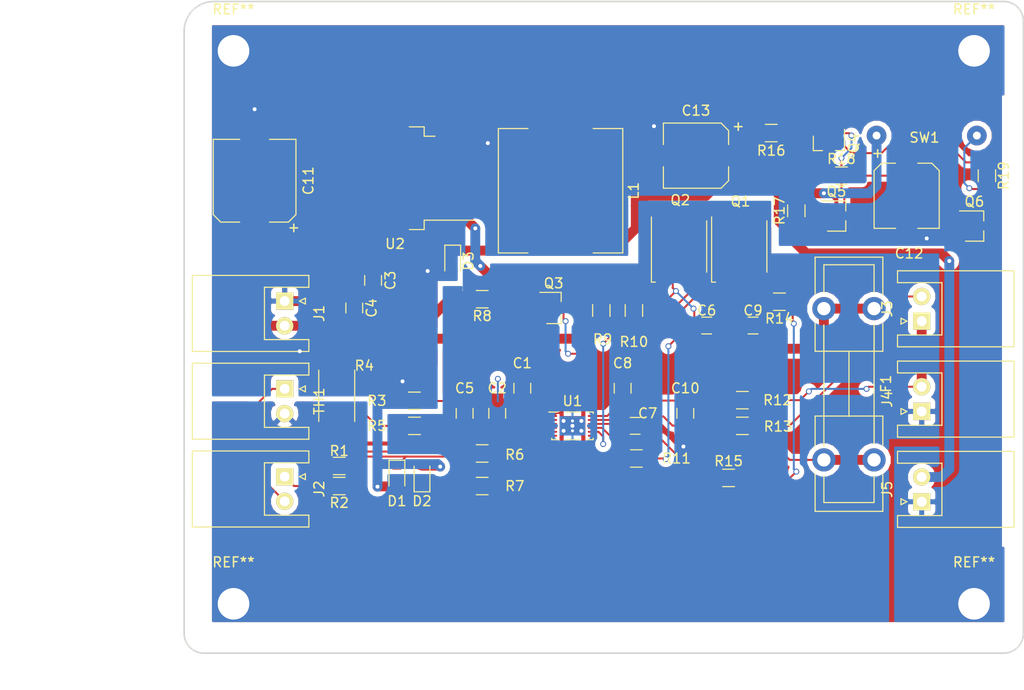
<source format=kicad_pcb>
(kicad_pcb (version 4) (host pcbnew 4.0.7)
  (layers (0 F.Cu signal hide) (31 B.Cu signal) (34 B.Paste user) (35 F.Paste user) (36 B.SilkS user) (37 F.SilkS user) (38 B.Mask user) (39 F.Mask user) (44 Edge.Cuts user))
  (net 0 "")
  (net 1 "Net-(C1-Pad1)")
  (net 2 GND)
  (net 3 "Net-(C2-Pad1)")
  (net 4 /PACK+)
  (net 5 "Net-(C3-Pad2)")
  (net 6 GNDPWR)
  (net 7 "Net-(C6-Pad1)")
  (net 8 "Net-(C7-Pad1)")
  (net 9 "Net-(C10-Pad1)")
  (net 10 "Net-(C9-Pad1)")
  (net 11 "Net-(C10-Pad2)")
  (net 12 "Net-(C12-Pad1)")
  (net 13 /INlatch)
  (net 14 "Net-(D1-Pad1)")
  (net 15 "Net-(D2-Pad1)")
  (net 16 "Net-(D3-Pad1)")
  (net 17 "Net-(F1-Pad2)")
  (net 18 /SDA)
  (net 19 /SCL)
  (net 20 "Net-(J3-Pad1)")
  (net 21 /OUTlatch)
  (net 22 "Net-(Q1-Pad4)")
  (net 23 "Net-(Q1-Pad5)")
  (net 24 "Net-(Q2-Pad4)")
  (net 25 "Net-(Q3-Pad1)")
  (net 26 "Net-(Q4-Pad1)")
  (net 27 "Net-(Q5-Pad2)")
  (net 28 "Net-(Q6-Pad3)")
  (net 29 "Net-(R6-Pad1)")
  (net 30 "Net-(R7-Pad1)")
  (net 31 "Net-(R10-Pad1)")
  (net 32 "Net-(R11-Pad1)")
  (net 33 "Net-(R15-Pad1)")
  (net 34 "Net-(TH1-Pad1)")
  (module Mounting_Holes:MountingHole_3.2mm_M3 (layer F.Cu) (at 256 116)
    (fp_text reference REF** (at 0 -4.2) (layer F.SilkS))
    (fp_text value MountingHole_3.2mm_M3)
    (pad 1 np_thru_hole circle (at 0 0) (size 3.2 3.2) (drill 3.2) (layers *.Cu *.Mask))
  )
  (module Capacitors_SMD:C_0805_HandSoldering (layer F.Cu) (at 210.2485 94.1705 90)
    (fp_text reference C1 (at 2.54 0 180) (layer F.SilkS))
    (fp_text value 0.1uF)
    (pad 1 smd rect (at -1.25 0 90) (size 1.5 1.25) (layers F.Cu F.Paste F.Mask) (net 1 "Net-(C1-Pad1)"))
    (pad 2 smd rect (at 1.25 0 90) (size 1.5 1.25) (layers F.Cu F.Paste F.Mask) (net 2 GND))
  )
  (module Capacitors_SMD:C_0805_HandSoldering (layer F.Cu) (at 207.7085 96.7105 90)
    (fp_text reference C2 (at 2.54 0 180) (layer F.SilkS))
    (fp_text value 0.1uF)
    (pad 1 smd rect (at -1.25 0 90) (size 1.5 1.25) (layers F.Cu F.Paste F.Mask) (net 3 "Net-(C2-Pad1)"))
    (pad 2 smd rect (at 1.25 0 90) (size 1.5 1.25) (layers F.Cu F.Paste F.Mask) (net 2 GND))
  )
  (module Capacitors_SMD:C_0805_HandSoldering (layer F.Cu) (at 195.1355 83.2485 270)
    (fp_text reference C3 (at 0 -1.75 270) (layer F.SilkS))
    (fp_text value 0.1uF)
    (pad 1 smd rect (at -1.25 0 270) (size 1.5 1.25) (layers F.Cu F.Paste F.Mask) (net 4 /PACK+))
    (pad 2 smd rect (at 1.25 0 270) (size 1.5 1.25) (layers F.Cu F.Paste F.Mask) (net 5 "Net-(C3-Pad2)"))
  )
  (module Capacitors_SMD:C_0805_HandSoldering (layer F.Cu) (at 193.2305 86.0425 270)
    (fp_text reference C4 (at 0 -1.75 270) (layer F.SilkS))
    (fp_text value 0.1uF)
    (pad 1 smd rect (at -1.25 0 270) (size 1.5 1.25) (layers F.Cu F.Paste F.Mask) (net 5 "Net-(C3-Pad2)"))
    (pad 2 smd rect (at 1.25 0 270) (size 1.5 1.25) (layers F.Cu F.Paste F.Mask) (net 6 GNDPWR))
  )
  (module Capacitors_SMD:C_0805_HandSoldering (layer F.Cu) (at 204.4065 96.7105 90)
    (fp_text reference C5 (at 2.54 0 180) (layer F.SilkS))
    (fp_text value 0.1uF)
    (pad 1 smd rect (at -1.25 0 90) (size 1.5 1.25) (layers F.Cu F.Paste F.Mask) (net 3 "Net-(C2-Pad1)"))
    (pad 2 smd rect (at 1.25 0 90) (size 1.5 1.25) (layers F.Cu F.Paste F.Mask) (net 1 "Net-(C1-Pad1)"))
  )
  (module Capacitors_SMD:C_0805_HandSoldering (layer F.Cu) (at 228.9175 87.8205 180)
    (fp_text reference C6 (at 0 1.524 180) (layer F.SilkS))
    (fp_text value 0.1uF)
    (pad 1 smd rect (at -1.25 0 180) (size 1.5 1.25) (layers F.Cu F.Paste F.Mask) (net 7 "Net-(C6-Pad1)"))
    (pad 2 smd rect (at 1.25 0 180) (size 1.5 1.25) (layers F.Cu F.Paste F.Mask) (net 4 /PACK+))
  )
  (module Capacitors_SMD:C_0805_HandSoldering (layer F.Cu) (at 221.6785 97.9805)
    (fp_text reference C7 (at 1.27 -1.27 180) (layer F.SilkS))
    (fp_text value 2.2uF)
    (pad 1 smd rect (at -1.25 0) (size 1.5 1.25) (layers F.Cu F.Paste F.Mask) (net 8 "Net-(C7-Pad1)"))
    (pad 2 smd rect (at 1.25 0) (size 1.5 1.25) (layers F.Cu F.Paste F.Mask) (net 2 GND))
  )
  (module Capacitors_SMD:C_0805_HandSoldering (layer F.Cu) (at 220.4085 94.1705 90)
    (fp_text reference C8 (at 2.54 0 180) (layer F.SilkS))
    (fp_text value 0.1uF)
    (pad 1 smd rect (at -1.25 0 90) (size 1.5 1.25) (layers F.Cu F.Paste F.Mask) (net 9 "Net-(C10-Pad1)"))
    (pad 2 smd rect (at 1.25 0 90) (size 1.5 1.25) (layers F.Cu F.Paste F.Mask) (net 2 GND))
  )
  (module Capacitors_SMD:C_0805_HandSoldering (layer F.Cu) (at 233.6165 87.8205 180)
    (fp_text reference C9 (at 0 1.524 180) (layer F.SilkS))
    (fp_text value 0.1uF)
    (pad 1 smd rect (at -1.25 0 180) (size 1.5 1.25) (layers F.Cu F.Paste F.Mask) (net 10 "Net-(C9-Pad1)"))
    (pad 2 smd rect (at 1.25 0 180) (size 1.5 1.25) (layers F.Cu F.Paste F.Mask) (net 7 "Net-(C6-Pad1)"))
  )
  (module Capacitors_SMD:C_0805_HandSoldering (layer F.Cu) (at 226.7585 96.7105 270)
    (fp_text reference C10 (at -2.54 0 360) (layer F.SilkS))
    (fp_text value 1uF)
    (pad 1 smd rect (at -1.25 0 270) (size 1.5 1.25) (layers F.Cu F.Paste F.Mask) (net 9 "Net-(C10-Pad1)"))
    (pad 2 smd rect (at 1.25 0 270) (size 1.5 1.25) (layers F.Cu F.Paste F.Mask) (net 11 "Net-(C10-Pad2)"))
  )
  (module Capacitors_SMD:CP_Elec_8x10 (layer F.Cu) (at 183.134 73.152 90)
    (fp_text reference C11 (at 0 5.45 90) (layer F.SilkS))
    (fp_text value 680uF)
    (fp_text user + (at -4.78 3.9 90) (layer F.SilkS))
    (pad 1 smd rect (at -3.05 0 270) (size 4 2.5) (layers F.Cu F.Paste F.Mask) (net 4 /PACK+))
    (pad 2 smd rect (at 3.05 0 270) (size 4 2.5) (layers F.Cu F.Paste F.Mask) (net 6 GNDPWR))
  )
  (module Capacitors_SMD:CP_Elec_6.3x5.3 (layer F.Cu) (at 249.174 74.676 270)
    (fp_text reference C12 (at 5.842 -0.254 360) (layer F.SilkS))
    (fp_text value 47uF)
    (fp_text user + (at -4.28 3.01 270) (layer F.SilkS))
    (pad 1 smd rect (at -2.7 0 90) (size 3.5 1.6) (layers F.Cu F.Paste F.Mask) (net 12 "Net-(C12-Pad1)"))
    (pad 2 smd rect (at 2.7 0 90) (size 3.5 1.6) (layers F.Cu F.Paste F.Mask) (net 6 GNDPWR))
  )
  (module Capacitors_SMD:CP_Elec_6.3x5.8 (layer F.Cu) (at 227.838 70.612 180)
    (fp_text reference C13 (at 0 4.56 180) (layer F.SilkS))
    (fp_text value 220uF)
    (fp_text user + (at -4.28 3.01 180) (layer F.SilkS))
    (pad 1 smd rect (at -2.7 0) (size 3.5 1.6) (layers F.Cu F.Paste F.Mask) (net 13 /INlatch))
    (pad 2 smd rect (at 2.7 0) (size 3.5 1.6) (layers F.Cu F.Paste F.Mask) (net 6 GNDPWR))
  )
  (module Diodes_SMD:D_0805 (layer F.Cu) (at 197.5485 103.0605 270)
    (fp_text reference D1 (at 2.54 0 360) (layer F.SilkS))
    (fp_text value D_Schottky)
    (pad 1 smd rect (at -1.05 0 270) (size 0.8 0.9) (layers F.Cu F.Paste F.Mask) (net 14 "Net-(D1-Pad1)"))
    (pad 2 smd rect (at 1.05 0 270) (size 0.8 0.9) (layers F.Cu F.Paste F.Mask) (net 6 GNDPWR))
  )
  (module Diodes_SMD:D_0805 (layer F.Cu) (at 200.0885 103.0605 90)
    (fp_text reference D2 (at -2.54 0 180) (layer F.SilkS))
    (fp_text value D_Schottky)
    (pad 1 smd rect (at -1.05 0 90) (size 0.8 0.9) (layers F.Cu F.Paste F.Mask) (net 15 "Net-(D2-Pad1)"))
    (pad 2 smd rect (at 1.05 0 90) (size 0.8 0.9) (layers F.Cu F.Paste F.Mask) (net 6 GNDPWR))
  )
  (module Diodes_SMD:D_0805 (layer F.Cu) (at 203.2 81.28 270)
    (fp_text reference D3 (at 0 -1.6 270) (layer F.SilkS))
    (fp_text value D_Schottky)
    (pad 1 smd rect (at -1.05 0 270) (size 0.8 0.9) (layers F.Cu F.Paste F.Mask) (net 16 "Net-(D3-Pad1)"))
    (pad 2 smd rect (at 1.05 0 270) (size 0.8 0.9) (layers F.Cu F.Paste F.Mask) (net 6 GNDPWR))
  )
  (module Fuse_Holders_and_Fuses:Fuseholder5x20_horiz_open_lateral_Type-II (layer F.Cu) (at 245.872 86.106 270)
    (fp_text reference F1 (at 7.61 -1.21 270) (layer F.SilkS))
    (fp_text value Fuse)
    (pad 2 thru_hole circle (at 15.32 0 270) (size 2.35 2.35) (drill 1.35) (layers *.Cu *.Mask) (net 17 "Net-(F1-Pad2)"))
    (pad 2 thru_hole circle (at 15.32 5.08 270) (size 2.35 2.35) (drill 1.35) (layers *.Cu *.Mask) (net 17 "Net-(F1-Pad2)"))
    (pad 1 thru_hole circle (at 0 0 270) (size 2.35 2.35) (drill 1.35) (layers *.Cu *.Mask) (net 10 "Net-(C9-Pad1)"))
    (pad 1 thru_hole circle (at 0 5.08 270) (size 2.35 2.35) (drill 1.35) (layers *.Cu *.Mask) (net 10 "Net-(C9-Pad1)"))
  )
  (module Inductors_SMD:L_12x12mm_h8mm (layer F.Cu) (at 214.122 74.168 270)
    (fp_text reference L1 (at 0 -7.4 270) (layer F.SilkS))
    (fp_text value 33uH)
    (pad 1 smd rect (at -4.95 0 270) (size 2.9 5.4) (layers F.Cu F.Paste F.Mask) (net 16 "Net-(D3-Pad1)"))
    (pad 2 smd rect (at 4.95 0 270) (size 2.9 5.4) (layers F.Cu F.Paste F.Mask) (net 13 /INlatch))
  )
  (module TO_SOT_Packages_SMD:TDSON-8-1_HandSoldering (layer F.Cu) (at 232.2195 79.8195 90)
    (fp_text reference Q1 (at 4.572 0.127 180) (layer F.SilkS))
    (fp_text value CSD16412Q5A)
    (pad 1 smd rect (at -2.9 -1.91) (size 0.7 1.2) (layers F.Cu F.Paste F.Mask) (net 10 "Net-(C9-Pad1)"))
    (pad 2 smd rect (at -2.9 -0.64) (size 0.7 1.2) (layers F.Cu F.Paste F.Mask) (net 10 "Net-(C9-Pad1)"))
    (pad 3 smd rect (at -2.9 0.64) (size 0.7 1.2) (layers F.Cu F.Paste F.Mask) (net 10 "Net-(C9-Pad1)"))
    (pad 4 smd rect (at -2.9 1.91) (size 0.7 1.2) (layers F.Cu F.Paste F.Mask) (net 22 "Net-(Q1-Pad4)"))
    (pad 5 smd rect (at 2.9 1.91) (size 0.7 1.2) (layers F.Cu F.Paste F.Mask) (net 23 "Net-(Q1-Pad5)"))
    (pad 5 smd rect (at 2.9 0.64) (size 0.7 1.2) (layers F.Cu F.Paste F.Mask) (net 23 "Net-(Q1-Pad5)"))
    (pad 5 smd rect (at 2.9 -0.64) (size 0.7 1.2) (layers F.Cu F.Paste F.Mask) (net 23 "Net-(Q1-Pad5)"))
    (pad 5 smd rect (at 2.9 -1.91) (size 0.7 1.2) (layers F.Cu F.Paste F.Mask) (net 23 "Net-(Q1-Pad5)"))
    (pad 5 smd rect (at 0.5 0) (size 4.5 4.29) (layers F.Cu F.Paste F.Mask) (net 23 "Net-(Q1-Pad5)"))
    (pad 5 smd rect (at 1.25 -1.09) (size 1.55 1.6) (layers F.Cu F.Paste F.Mask) (net 23 "Net-(Q1-Pad5)"))
    (pad 5 smd rect (at 1.25 1.09) (size 1.55 1.6) (layers F.Cu F.Paste F.Mask) (net 23 "Net-(Q1-Pad5)"))
    (pad 5 smd rect (at -0.75 -1.09) (size 1.55 1.2) (layers F.Cu F.Paste F.Mask) (net 23 "Net-(Q1-Pad5)"))
    (pad 5 smd rect (at -0.75 1.09) (size 1.55 1.2) (layers F.Cu F.Paste F.Mask) (net 23 "Net-(Q1-Pad5)"))
  )
  (module TO_SOT_Packages_SMD:TDSON-8-1_HandSoldering (layer F.Cu) (at 226.1235 79.8195 90)
    (fp_text reference Q2 (at 4.699 0.127 180) (layer F.SilkS))
    (fp_text value CSD16412Q5A)
    (pad 1 smd rect (at -2.9 -1.91) (size 0.7 1.2) (layers F.Cu F.Paste F.Mask) (net 4 /PACK+))
    (pad 2 smd rect (at -2.9 -0.64) (size 0.7 1.2) (layers F.Cu F.Paste F.Mask) (net 4 /PACK+))
    (pad 3 smd rect (at -2.9 0.64) (size 0.7 1.2) (layers F.Cu F.Paste F.Mask) (net 4 /PACK+))
    (pad 4 smd rect (at -2.9 1.91) (size 0.7 1.2) (layers F.Cu F.Paste F.Mask) (net 24 "Net-(Q2-Pad4)"))
    (pad 5 smd rect (at 2.9 1.91) (size 0.7 1.2) (layers F.Cu F.Paste F.Mask) (net 23 "Net-(Q1-Pad5)"))
    (pad 5 smd rect (at 2.9 0.64) (size 0.7 1.2) (layers F.Cu F.Paste F.Mask) (net 23 "Net-(Q1-Pad5)"))
    (pad 5 smd rect (at 2.9 -0.64) (size 0.7 1.2) (layers F.Cu F.Paste F.Mask) (net 23 "Net-(Q1-Pad5)"))
    (pad 5 smd rect (at 2.9 -1.91) (size 0.7 1.2) (layers F.Cu F.Paste F.Mask) (net 23 "Net-(Q1-Pad5)"))
    (pad 5 smd rect (at 0.5 0) (size 4.5 4.29) (layers F.Cu F.Paste F.Mask) (net 23 "Net-(Q1-Pad5)"))
    (pad 5 smd rect (at 1.25 -1.09) (size 1.55 1.6) (layers F.Cu F.Paste F.Mask) (net 23 "Net-(Q1-Pad5)"))
    (pad 5 smd rect (at 1.25 1.09) (size 1.55 1.6) (layers F.Cu F.Paste F.Mask) (net 23 "Net-(Q1-Pad5)"))
    (pad 5 smd rect (at -0.75 -1.09) (size 1.55 1.2) (layers F.Cu F.Paste F.Mask) (net 23 "Net-(Q1-Pad5)"))
    (pad 5 smd rect (at -0.75 1.09) (size 1.55 1.2) (layers F.Cu F.Paste F.Mask) (net 23 "Net-(Q1-Pad5)"))
  )
  (module TO_SOT_Packages_SMD:SOT-23 (layer F.Cu) (at 213.4235 86.0425)
    (fp_text reference Q3 (at 0 -2.5) (layer F.SilkS))
    (fp_text value 2N7002)
    (pad 1 smd rect (at -1 -0.95) (size 0.9 0.8) (layers F.Cu F.Paste F.Mask) (net 25 "Net-(Q3-Pad1)"))
    (pad 2 smd rect (at -1 0.95) (size 0.9 0.8) (layers F.Cu F.Paste F.Mask) (net 4 /PACK+))
    (pad 3 smd rect (at 1 0) (size 0.9 0.8) (layers F.Cu F.Paste F.Mask) (net 24 "Net-(Q2-Pad4)"))
  )
  (module TO_SOT_Packages_SMD:SOT-23 (layer F.Cu) (at 241.3 69.342 270)
    (fp_text reference Q4 (at 0 -2.5 270) (layer F.SilkS))
    (fp_text value Q_PMOS_GSD)
    (pad 1 smd rect (at -1 -0.95 270) (size 0.9 0.8) (layers F.Cu F.Paste F.Mask) (net 26 "Net-(Q4-Pad1)"))
    (pad 2 smd rect (at -1 0.95 270) (size 0.9 0.8) (layers F.Cu F.Paste F.Mask) (net 13 /INlatch))
    (pad 3 smd rect (at 1 0 270) (size 0.9 0.8) (layers F.Cu F.Paste F.Mask) (net 21 /OUTlatch))
  )
  (module TO_SOT_Packages_SMD:TSOT-23 (layer F.Cu) (at 242.062 76.708)
    (fp_text reference Q5 (at 0 -2.45) (layer F.SilkS))
    (fp_text value 2N3904)
    (pad 1 smd rect (at -1.31 -0.95) (size 1.22 0.65) (layers F.Cu F.Paste F.Mask) (net 6 GNDPWR))
    (pad 2 smd rect (at -1.31 0.95) (size 1.22 0.65) (layers F.Cu F.Paste F.Mask) (net 27 "Net-(Q5-Pad2)"))
    (pad 3 smd rect (at 1.31 0) (size 1.22 0.65) (layers F.Cu F.Paste F.Mask) (net 26 "Net-(Q4-Pad1)"))
  )
  (module TO_SOT_Packages_SMD:TSOT-23 (layer F.Cu) (at 256.032 77.724)
    (fp_text reference Q6 (at 0 -2.45) (layer F.SilkS))
    (fp_text value 2N3904)
    (pad 1 smd rect (at -1.31 -0.95) (size 1.22 0.65) (layers F.Cu F.Paste F.Mask) (net 6 GNDPWR))
    (pad 2 smd rect (at -1.31 0.95) (size 1.22 0.65) (layers F.Cu F.Paste F.Mask) (net 12 "Net-(C12-Pad1)"))
    (pad 3 smd rect (at 1.31 0) (size 1.22 0.65) (layers F.Cu F.Paste F.Mask) (net 28 "Net-(Q6-Pad3)"))
  )
  (module Resistors_SMD:R_0805_HandSoldering (layer F.Cu) (at 191.7065 102.0445 180)
    (fp_text reference R1 (at 0 1.524 180) (layer F.SilkS))
    (fp_text value 100)
    (pad 1 smd rect (at -1.35 0 180) (size 1.5 1.3) (layers F.Cu F.Paste F.Mask) (net 14 "Net-(D1-Pad1)"))
    (pad 2 smd rect (at 1.35 0 180) (size 1.5 1.3) (layers F.Cu F.Paste F.Mask) (net 19 /SCL))
  )
  (module Resistors_SMD:R_0805_HandSoldering (layer F.Cu) (at 191.7065 104.0765 180)
    (fp_text reference R2 (at 0 -1.7 180) (layer F.SilkS))
    (fp_text value 100)
    (pad 1 smd rect (at -1.35 0 180) (size 1.5 1.3) (layers F.Cu F.Paste F.Mask) (net 15 "Net-(D2-Pad1)"))
    (pad 2 smd rect (at 1.35 0 180) (size 1.5 1.3) (layers F.Cu F.Paste F.Mask) (net 18 /SDA))
  )
  (module Resistors_SMD:R_0805_HandSoldering (layer F.Cu) (at 199.3265 95.4405)
    (fp_text reference R3 (at -3.81 0) (layer F.SilkS))
    (fp_text value 100)
    (pad 1 smd rect (at -1.35 0) (size 1.5 1.3) (layers F.Cu F.Paste F.Mask) (net 6 GNDPWR))
    (pad 2 smd rect (at 1.35 0) (size 1.5 1.3) (layers F.Cu F.Paste F.Mask) (net 1 "Net-(C1-Pad1)"))
  )
  (module Resistors_SMD:R_2512 (layer F.Cu) (at 191.4525 94.9325 270)
    (fp_text reference R4 (at -3.048 -2.794 360) (layer F.SilkS))
    (fp_text value 1-3m)
    (pad 1 smd rect (at -3.1 0 270) (size 1 3.2) (layers F.Cu F.Paste F.Mask) (net 6 GNDPWR))
    (pad 2 smd rect (at 3.1 0 270) (size 1 3.2) (layers F.Cu F.Paste F.Mask) (net 2 GND))
  )
  (module Resistors_SMD:R_0805_HandSoldering (layer F.Cu) (at 199.3265 97.9805)
    (fp_text reference R5 (at -3.81 0) (layer F.SilkS))
    (fp_text value 100)
    (pad 1 smd rect (at -1.35 0) (size 1.5 1.3) (layers F.Cu F.Paste F.Mask) (net 2 GND))
    (pad 2 smd rect (at 1.35 0) (size 1.5 1.3) (layers F.Cu F.Paste F.Mask) (net 3 "Net-(C2-Pad1)"))
  )
  (module Resistors_SMD:R_0805_HandSoldering (layer F.Cu) (at 206.1845 100.7745 180)
    (fp_text reference R6 (at -3.302 -0.127 180) (layer F.SilkS))
    (fp_text value 100)
    (pad 1 smd rect (at -1.35 0 180) (size 1.5 1.3) (layers F.Cu F.Paste F.Mask) (net 29 "Net-(R6-Pad1)"))
    (pad 2 smd rect (at 1.35 0 180) (size 1.5 1.3) (layers F.Cu F.Paste F.Mask) (net 14 "Net-(D1-Pad1)"))
  )
  (module Resistors_SMD:R_0805_HandSoldering (layer F.Cu) (at 206.1845 104.0765 180)
    (fp_text reference R7 (at -3.302 0 180) (layer F.SilkS))
    (fp_text value 100)
    (pad 1 smd rect (at -1.35 0 180) (size 1.5 1.3) (layers F.Cu F.Paste F.Mask) (net 30 "Net-(R7-Pad1)"))
    (pad 2 smd rect (at 1.35 0 180) (size 1.5 1.3) (layers F.Cu F.Paste F.Mask) (net 15 "Net-(D2-Pad1)"))
  )
  (module Resistors_SMD:R_0805_HandSoldering (layer F.Cu) (at 206.1845 85.1535 180)
    (fp_text reference R8 (at 0 -1.7 180) (layer F.SilkS))
    (fp_text value 10k)
    (pad 1 smd rect (at -1.35 0 180) (size 1.5 1.3) (layers F.Cu F.Paste F.Mask) (net 25 "Net-(Q3-Pad1)"))
    (pad 2 smd rect (at 1.35 0 180) (size 1.5 1.3) (layers F.Cu F.Paste F.Mask) (net 6 GNDPWR))
  )
  (module Resistors_SMD:R_0805_HandSoldering (layer F.Cu) (at 218.2495 86.2965 270)
    (fp_text reference R9 (at 2.921 -0.127 360) (layer F.SilkS))
    (fp_text value 10M)
    (pad 1 smd rect (at -1.35 0 270) (size 1.5 1.3) (layers F.Cu F.Paste F.Mask) (net 4 /PACK+))
    (pad 2 smd rect (at 1.35 0 270) (size 1.5 1.3) (layers F.Cu F.Paste F.Mask) (net 24 "Net-(Q2-Pad4)"))
  )
  (module Resistors_SMD:R_0805_HandSoldering (layer F.Cu) (at 221.5515 86.2965 90)
    (fp_text reference R10 (at -3.175 0 180) (layer F.SilkS))
    (fp_text value 10)
    (pad 1 smd rect (at -1.35 0 90) (size 1.5 1.3) (layers F.Cu F.Paste F.Mask) (net 31 "Net-(R10-Pad1)"))
    (pad 2 smd rect (at 1.35 0 90) (size 1.5 1.3) (layers F.Cu F.Paste F.Mask) (net 4 /PACK+))
  )
  (module Resistors_SMD:R_0805_HandSoldering (layer F.Cu) (at 221.8055 101.2825)
    (fp_text reference R11 (at 4.064 0) (layer F.SilkS))
    (fp_text value 5.1k)
    (pad 1 smd rect (at -1.35 0) (size 1.5 1.3) (layers F.Cu F.Paste F.Mask) (net 32 "Net-(R11-Pad1)"))
    (pad 2 smd rect (at 1.35 0) (size 1.5 1.3) (layers F.Cu F.Paste F.Mask) (net 24 "Net-(Q2-Pad4)"))
  )
  (module Resistors_SMD:R_0805_HandSoldering (layer F.Cu) (at 232.537 95.377 180)
    (fp_text reference R12 (at -3.556 0 180) (layer F.SilkS))
    (fp_text value 100)
    (pad 1 smd rect (at -1.35 0 180) (size 1.5 1.3) (layers F.Cu F.Paste F.Mask) (net 20 "Net-(J3-Pad1)"))
    (pad 2 smd rect (at 1.35 0 180) (size 1.5 1.3) (layers F.Cu F.Paste F.Mask) (net 9 "Net-(C10-Pad1)"))
  )
  (module Resistors_SMD:R_0805_HandSoldering (layer F.Cu) (at 232.537 97.9805 180)
    (fp_text reference R13 (at -3.6195 -0.0635 180) (layer F.SilkS))
    (fp_text value 5)
    (pad 1 smd rect (at -1.35 0 180) (size 1.5 1.3) (layers F.Cu F.Paste F.Mask) (net 17 "Net-(F1-Pad2)"))
    (pad 2 smd rect (at 1.35 0 180) (size 1.5 1.3) (layers F.Cu F.Paste F.Mask) (net 11 "Net-(C10-Pad2)"))
  )
  (module Resistors_SMD:R_0805_HandSoldering (layer F.Cu) (at 236.2835 85.4075 180)
    (fp_text reference R14 (at 0 -1.7 180) (layer F.SilkS))
    (fp_text value 10M)
    (pad 1 smd rect (at -1.35 0 180) (size 1.5 1.3) (layers F.Cu F.Paste F.Mask) (net 22 "Net-(Q1-Pad4)"))
    (pad 2 smd rect (at 1.35 0 180) (size 1.5 1.3) (layers F.Cu F.Paste F.Mask) (net 10 "Net-(C9-Pad1)"))
  )
  (module Resistors_SMD:R_0805_HandSoldering (layer F.Cu) (at 231.14 103.251)
    (fp_text reference R15 (at 0 -1.7) (layer F.SilkS))
    (fp_text value 5.1k)
    (pad 1 smd rect (at -1.35 0) (size 1.5 1.3) (layers F.Cu F.Paste F.Mask) (net 33 "Net-(R15-Pad1)"))
    (pad 2 smd rect (at 1.35 0) (size 1.5 1.3) (layers F.Cu F.Paste F.Mask) (net 22 "Net-(Q1-Pad4)"))
  )
  (module Resistors_SMD:R_0805_HandSoldering (layer F.Cu) (at 235.458 68.326)
    (fp_text reference R16 (at 0 1.778) (layer F.SilkS))
    (fp_text value 100k)
    (pad 1 smd rect (at -1.35 0) (size 1.5 1.3) (layers F.Cu F.Paste F.Mask) (net 13 /INlatch))
    (pad 2 smd rect (at 1.35 0) (size 1.5 1.3) (layers F.Cu F.Paste F.Mask) (net 26 "Net-(Q4-Pad1)"))
  )
  (module Resistors_SMD:R_0805_HandSoldering (layer F.Cu) (at 237.998 76.2 90)
    (fp_text reference R17 (at 0 -1.7 90) (layer F.SilkS))
    (fp_text value 100k)
    (pad 1 smd rect (at -1.35 0 90) (size 1.5 1.3) (layers F.Cu F.Paste F.Mask) (net 21 /OUTlatch))
    (pad 2 smd rect (at 1.35 0 90) (size 1.5 1.3) (layers F.Cu F.Paste F.Mask) (net 27 "Net-(Q5-Pad2)"))
  )
  (module Resistors_SMD:R_0805_HandSoldering (layer F.Cu) (at 242.57 72.644)
    (fp_text reference R18 (at 0 -1.7) (layer F.SilkS))
    (fp_text value 1M)
    (pad 1 smd rect (at -1.35 0) (size 1.5 1.3) (layers F.Cu F.Paste F.Mask) (net 21 /OUTlatch))
    (pad 2 smd rect (at 1.35 0) (size 1.5 1.3) (layers F.Cu F.Paste F.Mask) (net 12 "Net-(C12-Pad1)"))
  )
  (module Resistors_SMD:R_0805_HandSoldering (layer F.Cu) (at 257.302 72.644 270)
    (fp_text reference R19 (at 0 -1.7 270) (layer F.SilkS))
    (fp_text value 100k)
    (pad 1 smd rect (at -1.35 0 270) (size 1.5 1.3) (layers F.Cu F.Paste F.Mask) (net 13 /INlatch))
    (pad 2 smd rect (at 1.35 0 270) (size 1.5 1.3) (layers F.Cu F.Paste F.Mask) (net 28 "Net-(Q6-Pad3)"))
  )
  (module Housings_SON:Texas_S-PDSO-N12 (layer F.Cu) (at 215.3285 97.9805)
    (fp_text reference U1 (at -0.000701 -2.517393) (layer F.SilkS))
    (fp_text value bq28z610)
    (pad 13 smd rect (at 0 0 270) (size 1.95 2.6) (layers F.Cu F.Mask) (net 2 GND))
    (pad 13 smd rect (at -1.1 1.3125 270) (size 0.675 0.4) (layers F.Cu F.Mask) (net 2 GND))
    (pad 13 smd rect (at 1.1 1.3125 270) (size 0.675 0.4) (layers F.Cu F.Mask) (net 2 GND))
    (pad 13 smd rect (at 1.1 -1.3125 270) (size 0.675 0.4) (layers F.Cu F.Mask) (net 2 GND))
    (pad 13 smd rect (at -1.1 -1.3125 270) (size 0.675 0.4) (layers F.Cu F.Mask) (net 2 GND))
    (pad 3 smd rect (at -2.3 -0.2) (size 0.2 0.2) (layers F.Cu F.Paste F.Mask) (net 3 "Net-(C2-Pad1)"))
    (pad 3 smd oval (at -1.975 -0.2) (size 0.85 0.2) (layers F.Cu F.Paste F.Mask) (net 3 "Net-(C2-Pad1)"))
    (pad 2 smd oval (at -1.975 -0.6) (size 0.85 0.2) (layers F.Cu F.Paste F.Mask) (net 1 "Net-(C1-Pad1)"))
    (pad 1 smd oval (at -1.975 -1) (size 0.85 0.2) (layers F.Cu F.Paste F.Mask) (net 2 GND))
    (pad 4 smd oval (at -1.975 0.2) (size 0.85 0.2) (layers F.Cu F.Paste F.Mask) (net 34 "Net-(TH1-Pad1)"))
    (pad 5 smd oval (at -1.975 0.6) (size 0.85 0.2) (layers F.Cu F.Paste F.Mask) (net 29 "Net-(R6-Pad1)"))
    (pad 6 smd oval (at -1.975 1) (size 0.85 0.2) (layers F.Cu F.Paste F.Mask) (net 30 "Net-(R7-Pad1)"))
    (pad 12 smd oval (at 1.975 -1) (size 0.85 0.2) (layers F.Cu F.Paste F.Mask) (net 9 "Net-(C10-Pad1)"))
    (pad 11 smd oval (at 1.975 -0.6) (size 0.85 0.2) (layers F.Cu F.Paste F.Mask) (net 11 "Net-(C10-Pad2)"))
    (pad 10 smd oval (at 1.975 -0.2) (size 0.85 0.2) (layers F.Cu F.Paste F.Mask) (net 8 "Net-(C7-Pad1)"))
    (pad 9 smd oval (at 1.975 0.2) (size 0.85 0.2) (layers F.Cu F.Paste F.Mask) (net 33 "Net-(R15-Pad1)"))
    (pad 8 smd oval (at 1.975 0.6) (size 0.85 0.2) (layers F.Cu F.Paste F.Mask) (net 31 "Net-(R10-Pad1)"))
    (pad 7 smd oval (at 1.975 1) (size 0.85 0.2) (layers F.Cu F.Paste F.Mask) (net 32 "Net-(R11-Pad1)"))
    (pad 4 smd rect (at -2.3 0.2) (size 0.2 0.2) (layers F.Cu F.Paste F.Mask) (net 34 "Net-(TH1-Pad1)"))
    (pad 5 smd rect (at -2.3 0.6) (size 0.2 0.2) (layers F.Cu F.Paste F.Mask) (net 29 "Net-(R6-Pad1)"))
    (pad 6 smd rect (at -2.3 1) (size 0.2 0.2) (layers F.Cu F.Paste F.Mask) (net 30 "Net-(R7-Pad1)"))
    (pad 2 smd rect (at -2.3 -0.6) (size 0.2 0.2) (layers F.Cu F.Paste F.Mask) (net 1 "Net-(C1-Pad1)"))
    (pad 1 smd rect (at -2.3 -1) (size 0.2 0.2) (layers F.Cu F.Paste F.Mask) (net 2 GND))
    (pad 12 smd rect (at 2.3 -1) (size 0.2 0.2) (layers F.Cu F.Paste F.Mask) (net 9 "Net-(C10-Pad1)"))
    (pad 11 smd rect (at 2.3 -0.6) (size 0.2 0.2) (layers F.Cu F.Paste F.Mask) (net 11 "Net-(C10-Pad2)"))
    (pad 10 smd rect (at 2.3 -0.2) (size 0.2 0.2) (layers F.Cu F.Paste F.Mask) (net 8 "Net-(C7-Pad1)"))
    (pad 9 smd rect (at 2.3 0.2) (size 0.2 0.2) (layers F.Cu F.Paste F.Mask) (net 33 "Net-(R15-Pad1)"))
    (pad 8 smd rect (at 2.3 0.6) (size 0.2 0.2) (layers F.Cu F.Paste F.Mask) (net 31 "Net-(R10-Pad1)"))
    (pad 7 smd rect (at 2.3 1) (size 0.2 0.2) (layers F.Cu F.Paste F.Mask) (net 32 "Net-(R11-Pad1)"))
    (pad 13 thru_hole circle (at -0.9 0.5) (size 0.6 0.6) (drill 0.3) (layers *.Cu) (net 2 GND))
    (pad 13 thru_hole circle (at 0.9 0.5) (size 0.6 0.6) (drill 0.3) (layers *.Cu) (net 2 GND))
    (pad 13 thru_hole circle (at 0.9 -0.5) (size 0.6 0.6) (drill 0.3) (layers *.Cu) (net 2 GND))
    (pad 13 thru_hole circle (at -0.9 -0.5) (size 0.6 0.6) (drill 0.3) (layers *.Cu) (net 2 GND))
    (pad 13 thru_hole circle (at 0 -0.5) (size 0.6 0.6) (drill 0.3) (layers *.Cu) (net 2 GND))
    (pad 13 thru_hole circle (at 0 0.5) (size 0.6 0.6) (drill 0.3) (layers *.Cu) (net 2 GND))
    (pad 13 smd rect (at 0 0 270) (size 1.95 2.6) (layers B.Cu F.Mask) (net 2 GND))
    (pad 13 smd rect (at 0.65 -0.4875 90) (size 0.975 1.3) (layers F.Cu F.Paste) (net 2 GND))
    (pad 13 smd rect (at -0.65 -0.4875 90) (size 0.975 1.3) (layers F.Cu F.Paste) (net 2 GND))
    (pad 13 smd rect (at -0.65 0.4875 90) (size 0.975 1.3) (layers F.Cu F.Paste) (net 2 GND))
    (pad 13 smd rect (at 0.65 0.4875 90) (size 0.975 1.3) (layers F.Cu F.Paste) (net 2 GND))
    (pad 13 smd rect (at 1.1 1.365 270) (size 0.575 0.4) (layers F.Cu F.Paste F.Mask) (net 2 GND))
    (pad 13 smd rect (at 1.1 -1.365 270) (size 0.575 0.4) (layers F.Cu F.Paste F.Mask) (net 2 GND))
    (pad 13 smd rect (at -1.1 -1.365 270) (size 0.575 0.4) (layers F.Cu F.Paste F.Mask) (net 2 GND))
    (pad 13 smd rect (at -1.1 1.365 270) (size 0.575 0.4) (layers F.Cu F.Paste F.Mask) (net 2 GND))
  )
  (module TO_SOT_Packages_SMD:TO-263-5_TabPin3 (layer F.Cu) (at 197.358 72.898 180)
    (fp_text reference U2 (at 0 -6.65 180) (layer F.SilkS))
    (fp_text value LM2596)
    (pad 1 smd rect (at -5.775 -3.4 180) (size 4.6 1.1) (layers F.Cu F.Paste F.Mask) (net 4 /PACK+))
    (pad 2 smd rect (at -5.775 -1.7 180) (size 4.6 1.1) (layers F.Cu F.Paste F.Mask) (net 16 "Net-(D3-Pad1)"))
    (pad 3 smd rect (at -5.775 0 180) (size 4.6 1.1) (layers F.Cu F.Paste F.Mask) (net 6 GNDPWR))
    (pad 4 smd rect (at -5.775 1.7 180) (size 4.6 1.1) (layers F.Cu F.Paste F.Mask) (net 13 /INlatch))
    (pad 5 smd rect (at -5.775 3.4 180) (size 4.6 1.1) (layers F.Cu F.Paste F.Mask) (net 6 GNDPWR))
    (pad 3 smd rect (at 3.375 0 180) (size 9.4 10.8) (layers F.Cu F.Mask) (net 6 GNDPWR))
    (pad 3 smd rect (at 5.8 2.775 180) (size 4.55 5.25) (layers F.Cu F.Paste) (net 6 GNDPWR))
    (pad 3 smd rect (at 0.95 -2.775 180) (size 4.55 5.25) (layers F.Cu F.Paste) (net 6 GNDPWR))
    (pad 3 smd rect (at 5.8 -2.775 180) (size 4.55 5.25) (layers F.Cu F.Paste) (net 6 GNDPWR))
    (pad 3 smd rect (at 0.95 2.775 180) (size 4.55 5.25) (layers F.Cu F.Paste) (net 6 GNDPWR))
  )
  (module Connectors_JST:JST_XH_S02B-XH-A_02x2.50mm_Angled (layer F.Cu) (at 186.182 85.344 270)
    (fp_text reference J1 (at 1.25 -3.5 270) (layer F.SilkS))
    (fp_text value PACK)
    (pad 1 thru_hole rect (at 0 0 270) (size 1.75 1.75) (drill 1) (layers *.Cu *.Mask F.SilkS) (net 6 GNDPWR))
    (pad 2 thru_hole circle (at 2.5 0 270) (size 1.75 1.75) (drill 1) (layers *.Cu *.Mask F.SilkS) (net 4 /PACK+))
  )
  (module Connectors_JST:JST_XH_S02B-XH-A_02x2.50mm_Angled (layer F.Cu) (at 186.182 103.124 270)
    (fp_text reference J2 (at 1.25 -3.5 270) (layer F.SilkS))
    (fp_text value SCL/SDA)
    (pad 1 thru_hole rect (at 0 0 270) (size 1.75 1.75) (drill 1) (layers *.Cu *.Mask F.SilkS) (net 18 /SDA))
    (pad 2 thru_hole circle (at 2.5 0 270) (size 1.75 1.75) (drill 1) (layers *.Cu *.Mask F.SilkS) (net 19 /SCL))
  )
  (module Connectors_JST:JST_XH_S02B-XH-A_02x2.50mm_Angled (layer F.Cu) (at 250.698 87.376 90)
    (fp_text reference J3 (at 1.25 -3.5 90) (layer F.SilkS))
    (fp_text value BAT2)
    (pad 1 thru_hole rect (at 0 0 90) (size 1.75 1.75) (drill 1) (layers *.Cu *.Mask F.SilkS) (net 20 "Net-(J3-Pad1)"))
    (pad 2 thru_hole circle (at 2.5 0 90) (size 1.75 1.75) (drill 1) (layers *.Cu *.Mask F.SilkS) (net 17 "Net-(F1-Pad2)"))
  )
  (module Connectors_JST:JST_XH_S02B-XH-A_02x2.50mm_Angled (layer F.Cu) (at 250.698 96.52 90)
    (fp_text reference J4 (at 1.25 -3.5 90) (layer F.SilkS))
    (fp_text value BAT1)
    (pad 1 thru_hole rect (at 0 0 90) (size 1.75 1.75) (drill 1) (layers *.Cu *.Mask F.SilkS) (net 2 GND))
    (pad 2 thru_hole circle (at 2.5 0 90) (size 1.75 1.75) (drill 1) (layers *.Cu *.Mask F.SilkS) (net 20 "Net-(J3-Pad1)"))
  )
  (module Connectors_JST:JST_XH_S02B-XH-A_02x2.50mm_Angled (layer F.Cu) (at 250.698 105.664 90)
    (fp_text reference J5 (at 1.25 -3.5 90) (layer F.SilkS))
    (fp_text value OUTPUT)
    (pad 1 thru_hole rect (at 0 0 90) (size 1.75 1.75) (drill 1) (layers *.Cu *.Mask F.SilkS) (net 6 GNDPWR))
    (pad 2 thru_hole circle (at 2.5 0 90) (size 1.75 1.75) (drill 1) (layers *.Cu *.Mask F.SilkS) (net 21 /OUTlatch))
  )
  (module Wire_Connections_Bridges:WireConnection_0.80mmDrill (layer F.Cu) (at 246.126 68.58)
    (fp_text reference SW1 (at 4.8514 0.2032) (layer F.SilkS))
    (fp_text value SW_Push)
    (pad 1 thru_hole circle (at 0 0) (size 1.99898 1.99898) (drill 0.8001) (layers *.Cu *.Mask) (net 27 "Net-(Q5-Pad2)"))
    (pad 2 thru_hole circle (at 10.16 0) (size 1.99898 1.99898) (drill 0.8001) (layers *.Cu *.Mask) (net 28 "Net-(Q6-Pad3)"))
  )
  (module Connectors_JST:JST_XH_S02B-XH-A_02x2.50mm_Angled (layer F.Cu) (at 186.182 94.234 270)
    (fp_text reference TH1 (at 1.25 -3.5 270) (layer F.SilkS))
    (fp_text value Thermistor_NTC)
    (pad 1 thru_hole rect (at 0 0 270) (size 1.75 1.75) (drill 1) (layers *.Cu *.Mask F.SilkS) (net 34 "Net-(TH1-Pad1)"))
    (pad 2 thru_hole circle (at 2.5 0 270) (size 1.75 1.75) (drill 1) (layers *.Cu *.Mask F.SilkS) (net 2 GND))
  )
  (module Mounting_Holes:MountingHole_3.2mm_M3 (layer F.Cu) (at 181 116)
    (fp_text reference REF** (at 0 -4.2) (layer F.SilkS))
    (fp_text value MountingHole_3.2mm_M3)
    (pad 1 np_thru_hole circle (at 0 0) (size 3.2 3.2) (drill 3.2) (layers *.Cu *.Mask))
  )
  (module Mounting_Holes:MountingHole_3.2mm_M3 (layer F.Cu) (at 181 60)
    (fp_text reference REF** (at 0 -4.2) (layer F.SilkS))
    (fp_text value MountingHole_3.2mm_M3)
    (pad 1 np_thru_hole circle (at 0 0) (size 3.2 3.2) (drill 3.2) (layers *.Cu *.Mask))
  )
  (module Mounting_Holes:MountingHole_3.2mm_M3 (layer F.Cu) (at 256 60)
    (fp_text reference REF** (at 0 -4.2) (layer F.SilkS))
    (fp_text value MountingHole_3.2mm_M3)
    (pad 1 np_thru_hole circle (at 0 0) (size 3.2 3.2) (drill 3.2) (layers *.Cu *.Mask))
  )
  (gr_line (start 259 55) (end 179 55) (angle 90) (layer Edge.Cuts) (width 0.15))
  (gr_line (start 261 119) (end 261 57) (angle 90) (layer Edge.Cuts) (width 0.15))
  (gr_line (start 176 119) (end 176 58) (angle 90) (layer Edge.Cuts) (width 0.15))
  (gr_line (start 259 121) (end 257 121) (angle 90) (layer Edge.Cuts) (width 0.15))
  (gr_arc (start 259 119) (end 261 119) (angle 90) (layer Edge.Cuts) (width 0.15))
  (gr_line (start 178 121) (end 257 121) (angle 90) (layer Edge.Cuts) (width 0.15))
  (gr_arc (start 178 119) (end 178 121) (angle 90) (layer Edge.Cuts) (width 0.15))
  (gr_arc (start 259 57) (end 259 55) (angle 90) (layer Edge.Cuts) (width 0.15))
  (gr_arc (start 179 58) (end 176 58) (angle 90) (layer Edge.Cuts) (width 0.15))
  (segment (start 207.772 95.504) (end 207.772 93.218) (width 0.2) (layer B.Cu) (net 0))
  (via (at 207.772 93.218) (size 0.6) (drill 0.4) (layers F.Cu B.Cu) (net 0))
  (segment (start 204.4065 95.4605) (end 200.6965 95.4605) (width 0.2) (layer F.Cu) (net 1))
  (segment (start 200.6965 95.4605) (end 200.6765 95.4405) (width 0.2) (layer F.Cu) (net 1))
  (segment (start 210.82 97.3805) (end 209.6485 97.3805) (width 0.2) (layer F.Cu) (net 1))
  (segment (start 209.6485 97.3805) (end 209.042 96.774) (width 0.2) (layer F.Cu) (net 1))
  (segment (start 209.042 96.774) (end 206.756 96.774) (width 0.2) (layer F.Cu) (net 1))
  (segment (start 206.756 96.774) (end 205.4425 95.4605) (width 0.2) (layer F.Cu) (net 1))
  (segment (start 205.4425 95.4605) (end 204.4065 95.4605) (width 0.2) (layer F.Cu) (net 1))
  (segment (start 213.3535 97.3805) (end 210.82 97.3805) (width 0.2) (layer F.Cu) (net 1))
  (segment (start 210.82 97.3805) (end 210.6645 97.3805) (width 0.2) (layer F.Cu) (net 1))
  (segment (start 210.6645 97.3805) (end 210.2485 96.9645) (width 0.2) (layer F.Cu) (net 1))
  (segment (start 210.2485 96.9645) (end 210.2485 95.4205) (width 0.2) (layer F.Cu) (net 1))
  (segment (start 214.2285 96.668) (end 214.2285 96.8805) (width 0.2) (layer F.Cu) (net 2))
  (segment (start 214.2285 96.8805) (end 215.3285 97.9805) (width 0.2) (layer F.Cu) (net 2))
  (segment (start 216.4285 96.668) (end 216.4285 96.8805) (width 0.2) (layer F.Cu) (net 2))
  (segment (start 216.4285 96.8805) (end 215.3285 97.9805) (width 0.2) (layer F.Cu) (net 2))
  (segment (start 216.4285 99.293) (end 216.4285 99.0805) (width 0.2) (layer F.Cu) (net 2))
  (segment (start 216.4285 99.0805) (end 215.3285 97.9805) (width 0.2) (layer F.Cu) (net 2))
  (segment (start 214.2285 99.293) (end 214.2285 99.0805) (width 0.2) (layer F.Cu) (net 2))
  (segment (start 214.2285 99.0805) (end 215.3285 97.9805) (width 0.2) (layer F.Cu) (net 2))
  (segment (start 215.3285 97.9805) (end 215.3285 95.6945) (width 0.2) (layer B.Cu) (net 2))
  (segment (start 215.3285 97.9805) (end 215.3285 99.949) (width 0.2) (layer B.Cu) (net 2))
  (via (at 214.4285 98.4805) (size 0.6) (drill 0.4) (layers F.Cu B.Cu) (net 2))
  (segment (start 214.4285 98.4805) (end 214.9285 97.9805) (width 0.2) (layer F.Cu) (net 2))
  (segment (start 214.9285 97.9805) (end 215.3285 97.9805) (width 0.2) (layer F.Cu) (net 2))
  (via (at 216.2285 98.4805) (size 0.6) (drill 0.4) (layers F.Cu B.Cu) (net 2))
  (segment (start 216.2285 98.4805) (end 215.7285 97.9805) (width 0.2) (layer F.Cu) (net 2))
  (segment (start 215.7285 97.9805) (end 215.3285 97.9805) (width 0.2) (layer F.Cu) (net 2))
  (via (at 214.4285 97.4805) (size 0.6) (drill 0.4) (layers F.Cu B.Cu) (net 2))
  (segment (start 214.4285 97.4805) (end 214.9285 97.9805) (width 0.2) (layer F.Cu) (net 2))
  (segment (start 214.9285 97.9805) (end 215.3285 97.9805) (width 0.2) (layer F.Cu) (net 2))
  (via (at 216.2285 97.4805) (size 0.6) (drill 0.4) (layers F.Cu B.Cu) (net 2))
  (segment (start 216.2285 97.4805) (end 215.7285 97.9805) (width 0.2) (layer F.Cu) (net 2))
  (segment (start 215.7285 97.9805) (end 215.3285 97.9805) (width 0.2) (layer F.Cu) (net 2))
  (via (at 215.3285 97.9805) (size 0.6) (drill 0.4) (layers F.Cu B.Cu) (net 2))
  (segment (start 222.9285 97.9805) (end 224.4725 97.9805) (width 0.2) (layer F.Cu) (net 2))
  (segment (start 224.4725 97.9805) (end 226.568 100.076) (width 0.2) (layer F.Cu) (net 2))
  (via (at 226.568 100.076) (size 0.6) (drill 0.4) (layers F.Cu B.Cu) (net 2))
  (segment (start 191.4525 98.0325) (end 191.4525 99.5045) (width 0.2) (layer F.Cu) (net 2))
  (segment (start 191.4525 99.5045) (end 191.389 99.568) (width 0.2) (layer F.Cu) (net 2))
  (segment (start 191.389 99.568) (end 188.468 99.568) (width 0.2) (layer F.Cu) (net 2))
  (segment (start 188.468 99.568) (end 187.198 98.298) (width 0.2) (layer F.Cu) (net 2))
  (segment (start 187.198 98.298) (end 187.198 97.75) (width 0.2) (layer F.Cu) (net 2))
  (segment (start 187.198 97.75) (end 186.182 96.734) (width 0.2) (layer F.Cu) (net 2))
  (segment (start 197.9765 97.9805) (end 195.5165 97.9805) (width 0.2) (layer F.Cu) (net 2))
  (segment (start 195.5165 97.9805) (end 193.548 96.012) (width 0.2) (layer F.Cu) (net 2))
  (segment (start 193.548 96.012) (end 191.77 96.012) (width 0.2) (layer F.Cu) (net 2))
  (segment (start 191.77 96.012) (end 191.4525 96.3295) (width 0.2) (layer F.Cu) (net 2))
  (segment (start 191.4525 96.3295) (end 191.4525 98.0325) (width 0.2) (layer F.Cu) (net 2))
  (segment (start 213.3535 96.9805) (end 213.4075 96.9805) (width 0.2) (layer F.Cu) (net 2))
  (segment (start 213.4075 96.9805) (end 213.72 96.668) (width 0.2) (layer F.Cu) (net 2))
  (segment (start 213.72 96.668) (end 214.2285 96.668) (width 0.2) (layer F.Cu) (net 2))
  (segment (start 213.3535 96.9805) (end 213.3535 93.9735) (width 0.2) (layer F.Cu) (net 2))
  (segment (start 213.3535 93.9735) (end 212.3005 92.9205) (width 0.2) (layer F.Cu) (net 2))
  (segment (start 212.3005 92.9205) (end 210.2485 92.9205) (width 0.2) (layer F.Cu) (net 2))
  (segment (start 200.6765 97.9805) (end 204.3865 97.9805) (width 0.2) (layer F.Cu) (net 3))
  (segment (start 204.3865 97.9805) (end 204.4065 97.9605) (width 0.2) (layer F.Cu) (net 3))
  (segment (start 207.7085 97.9605) (end 204.4065 97.9605) (width 0.2) (layer F.Cu) (net 3))
  (segment (start 213.3535 97.7805) (end 207.8885 97.7805) (width 0.2) (layer F.Cu) (net 3))
  (segment (start 207.8885 97.7805) (end 207.7085 97.9605) (width 0.2) (layer F.Cu) (net 3))
  (segment (start 217.2545 82.7195) (end 206.9255 82.7195) (width 1) (layer F.Cu) (net 4))
  (segment (start 206.9255 82.7195) (end 205.994 81.788) (width 1) (layer F.Cu) (net 4))
  (via (at 205.994 81.788) (size 0.6) (drill 0.4) (layers F.Cu B.Cu) (net 4))
  (segment (start 205.994 81.788) (end 205.486 81.28) (width 1) (layer B.Cu) (net 4))
  (segment (start 205.486 81.28) (end 205.486 77.978) (width 1) (layer B.Cu) (net 4))
  (via (at 205.486 77.978) (size 0.6) (drill 0.4) (layers F.Cu B.Cu) (net 4))
  (segment (start 205.486 77.978) (end 203.806 76.298) (width 1) (layer F.Cu) (net 4))
  (segment (start 203.806 76.298) (end 203.133 76.298) (width 1) (layer F.Cu) (net 4))
  (segment (start 221.5515 84.9465) (end 225.1875 84.9465) (width 0.2) (layer F.Cu) (net 4))
  (segment (start 225.1875 84.9465) (end 225.806 84.328) (width 0.2) (layer F.Cu) (net 4))
  (segment (start 218.2495 84.9465) (end 221.5515 84.9465) (width 0.2) (layer F.Cu) (net 4))
  (segment (start 227.6675 87.8205) (end 227.6675 86.1895) (width 0.2) (layer F.Cu) (net 4))
  (segment (start 227.6675 86.1895) (end 227.584 86.106) (width 0.2) (layer F.Cu) (net 4))
  (via (at 227.584 86.106) (size 0.6) (drill 0.4) (layers F.Cu B.Cu) (net 4))
  (segment (start 227.584 86.106) (end 225.806 84.328) (width 0.2) (layer B.Cu) (net 4))
  (via (at 225.806 84.328) (size 0.6) (drill 0.4) (layers F.Cu B.Cu) (net 4))
  (segment (start 225.806 84.328) (end 225.4835 84.0055) (width 0.2) (layer F.Cu) (net 4))
  (segment (start 225.4835 84.0055) (end 225.4835 82.7195) (width 0.2) (layer F.Cu) (net 4))
  (segment (start 183.134 76.202) (end 183.134 78.232) (width 1) (layer F.Cu) (net 4))
  (segment (start 183.134 78.232) (end 184.658 79.756) (width 1) (layer F.Cu) (net 4))
  (segment (start 184.658 79.756) (end 200.406 79.756) (width 1) (layer F.Cu) (net 4))
  (segment (start 200.406 79.756) (end 203.133 77.029) (width 1) (layer F.Cu) (net 4))
  (segment (start 203.133 77.029) (end 203.133 76.298) (width 1) (layer F.Cu) (net 4))
  (segment (start 224.2135 82.7195) (end 225.4835 82.7195) (width 1) (layer F.Cu) (net 4))
  (segment (start 225.4835 82.7195) (end 226.7635 82.7195) (width 1) (layer F.Cu) (net 4))
  (segment (start 209.296 89.154) (end 215.9 89.154) (width 1) (layer F.Cu) (net 4))
  (segment (start 215.9 89.154) (end 216.408 88.646) (width 1) (layer F.Cu) (net 4))
  (segment (start 216.408 88.646) (end 216.408 83.566) (width 1) (layer F.Cu) (net 4))
  (segment (start 216.408 83.566) (end 217.2545 82.7195) (width 1) (layer F.Cu) (net 4))
  (segment (start 217.2545 82.7195) (end 224.2135 82.7195) (width 1) (layer F.Cu) (net 4))
  (segment (start 186.182 87.844) (end 188.428 87.844) (width 1) (layer F.Cu) (net 4))
  (segment (start 188.428 87.844) (end 189.738 89.154) (width 1) (layer F.Cu) (net 4))
  (segment (start 189.738 89.154) (end 209.296 89.154) (width 1) (layer F.Cu) (net 4))
  (segment (start 209.296 89.154) (end 211.4575 86.9925) (width 1) (layer F.Cu) (net 4))
  (segment (start 211.4575 86.9925) (end 212.4235 86.9925) (width 1) (layer F.Cu) (net 4))
  (segment (start 186.182 87.844) (end 183.856 87.844) (width 1) (layer F.Cu) (net 4))
  (segment (start 183.856 87.844) (end 183.388 87.376) (width 1) (layer F.Cu) (net 4))
  (segment (start 183.388 87.376) (end 183.388 82.804) (width 1) (layer F.Cu) (net 4))
  (segment (start 183.388 82.804) (end 184.1935 81.9985) (width 1) (layer F.Cu) (net 4))
  (segment (start 184.1935 81.9985) (end 195.1355 81.9985) (width 1) (layer F.Cu) (net 4))
  (segment (start 193.2305 84.7925) (end 194.8415 84.7925) (width 1) (layer F.Cu) (net 5))
  (segment (start 194.8415 84.7925) (end 195.1355 84.4985) (width 1) (layer F.Cu) (net 5))
  (segment (start 225.138 70.612) (end 225.044 70.612) (width 1) (layer F.Cu) (net 6))
  (segment (start 225.044 70.612) (end 223.5835 69.1515) (width 1) (layer F.Cu) (net 6))
  (segment (start 223.5835 69.1515) (end 223.5835 67.6275) (width 1) (layer F.Cu) (net 6))
  (via (at 223.5835 67.6275) (size 0.6) (drill 0.4) (layers F.Cu B.Cu) (net 6))
  (segment (start 203.133 72.898) (end 193.983 72.898) (width 1) (layer F.Cu) (net 6))
  (segment (start 203.133 69.498) (end 197.383 69.498) (width 1) (layer F.Cu) (net 6))
  (segment (start 197.383 69.498) (end 193.983 72.898) (width 1) (layer F.Cu) (net 6))
  (segment (start 183.134 70.102) (end 183.134 65.913) (width 1) (layer F.Cu) (net 6))
  (via (at 183.134 65.913) (size 0.6) (drill 0.4) (layers F.Cu B.Cu) (net 6))
  (segment (start 249.174 77.376) (end 249.588 77.376) (width 1) (layer F.Cu) (net 6))
  (segment (start 249.588 77.376) (end 251.206 78.994) (width 1) (layer F.Cu) (net 6))
  (via (at 251.206 78.994) (size 0.6) (drill 0.4) (layers F.Cu B.Cu) (net 6))
  (segment (start 203.133 69.498) (end 206.6 69.498) (width 1) (layer F.Cu) (net 6))
  (segment (start 206.6 69.498) (end 206.756 69.342) (width 1) (layer F.Cu) (net 6))
  (via (at 206.756 69.342) (size 0.6) (drill 0.4) (layers F.Cu B.Cu) (net 6))
  (segment (start 203.2 82.33) (end 200.694 82.33) (width 1) (layer F.Cu) (net 6))
  (segment (start 200.694 82.33) (end 200.66 82.296) (width 1) (layer F.Cu) (net 6))
  (via (at 200.66 82.296) (size 0.6) (drill 0.4) (layers F.Cu B.Cu) (net 6))
  (segment (start 195.58 101.854) (end 201.676 101.854) (width 1) (layer B.Cu) (net 6))
  (segment (start 201.676 101.854) (end 201.93 102.108) (width 1) (layer B.Cu) (net 6))
  (segment (start 195.58 104.14) (end 195.58 101.854) (width 1) (layer B.Cu) (net 6))
  (segment (start 195.58 101.854) (end 195.58 94.234) (width 1) (layer B.Cu) (net 6))
  (segment (start 195.58 94.234) (end 196.342 93.472) (width 1) (layer B.Cu) (net 6))
  (segment (start 196.342 93.472) (end 198.12 93.472) (width 1) (layer B.Cu) (net 6))
  (segment (start 197.5485 104.1105) (end 195.6095 104.1105) (width 1) (layer F.Cu) (net 6))
  (segment (start 195.6095 104.1105) (end 195.58 104.14) (width 1) (layer F.Cu) (net 6))
  (via (at 195.58 104.14) (size 0.6) (drill 0.4) (layers F.Cu B.Cu) (net 6))
  (segment (start 200.0885 102.0105) (end 201.8325 102.0105) (width 1) (layer F.Cu) (net 6))
  (segment (start 201.8325 102.0105) (end 201.93 102.108) (width 1) (layer F.Cu) (net 6))
  (via (at 201.93 102.108) (size 0.6) (drill 0.4) (layers F.Cu B.Cu) (net 6))
  (segment (start 197.9765 95.4405) (end 197.9765 93.6155) (width 1) (layer F.Cu) (net 6))
  (segment (start 197.9765 93.6155) (end 198.12 93.472) (width 1) (layer F.Cu) (net 6))
  (via (at 198.12 93.472) (size 0.6) (drill 0.4) (layers F.Cu B.Cu) (net 6))
  (segment (start 191.4525 91.8325) (end 191.4525 90.4875) (width 1) (layer F.Cu) (net 6))
  (segment (start 191.4525 90.4875) (end 191.389 90.424) (width 1) (layer F.Cu) (net 6))
  (segment (start 191.389 90.424) (end 187.706 90.424) (width 1) (layer F.Cu) (net 6))
  (via (at 187.706 90.424) (size 0.6) (drill 0.4) (layers F.Cu B.Cu) (net 6))
  (segment (start 193.2305 87.2925) (end 200.7435 87.2925) (width 1) (layer F.Cu) (net 6))
  (segment (start 200.7435 87.2925) (end 202.8825 85.1535) (width 1) (layer F.Cu) (net 6))
  (segment (start 202.8825 85.1535) (end 204.8345 85.1535) (width 1) (layer F.Cu) (net 6))
  (segment (start 197.9765 95.4405) (end 196.0245 95.4405) (width 1) (layer F.Cu) (net 6))
  (segment (start 196.0245 95.4405) (end 194.564 93.98) (width 1) (layer F.Cu) (net 6))
  (segment (start 194.564 93.98) (end 191.77 93.98) (width 1) (layer F.Cu) (net 6))
  (segment (start 191.77 93.98) (end 191.4525 93.6625) (width 1) (layer F.Cu) (net 6))
  (segment (start 191.4525 93.6625) (end 191.4525 91.8325) (width 1) (layer F.Cu) (net 6))
  (segment (start 191.4525 87.376) (end 193.147 87.376) (width 1) (layer F.Cu) (net 6))
  (segment (start 193.147 87.376) (end 193.2305 87.2925) (width 1) (layer F.Cu) (net 6))
  (segment (start 191.4525 87.376) (end 191.4525 86.2965) (width 1) (layer F.Cu) (net 6))
  (segment (start 191.4525 86.2965) (end 190.5 85.344) (width 1) (layer F.Cu) (net 6))
  (segment (start 190.5 85.344) (end 186.182 85.344) (width 1) (layer F.Cu) (net 6))
  (segment (start 230.1675 87.8205) (end 232.3665 87.8205) (width 0.2) (layer F.Cu) (net 7))
  (segment (start 217.3035 97.7805) (end 220.2285 97.7805) (width 0.2) (layer F.Cu) (net 8))
  (segment (start 220.2285 97.7805) (end 220.4285 97.9805) (width 0.2) (layer F.Cu) (net 8))
  (segment (start 226.7585 95.4605) (end 231.1035 95.4605) (width 0.2) (layer F.Cu) (net 9))
  (segment (start 231.1035 95.4605) (end 231.187 95.377) (width 0.2) (layer F.Cu) (net 9))
  (segment (start 220.4085 95.4205) (end 226.7185 95.4205) (width 0.2) (layer F.Cu) (net 9))
  (segment (start 226.7185 95.4205) (end 226.7585 95.4605) (width 0.2) (layer F.Cu) (net 9))
  (segment (start 217.3035 96.9805) (end 218.8485 96.9805) (width 0.2) (layer F.Cu) (net 9))
  (segment (start 218.8485 96.9805) (end 220.4085 95.4205) (width 0.2) (layer F.Cu) (net 9))
  (segment (start 240.792 86.106) (end 245.872 86.106) (width 1) (layer F.Cu) (net 10))
  (segment (start 234.8665 87.8205) (end 234.8665 89.3245) (width 1) (layer F.Cu) (net 10))
  (segment (start 234.8665 89.3245) (end 235.712 90.17) (width 1) (layer F.Cu) (net 10))
  (segment (start 235.712 90.17) (end 238.76 90.17) (width 1) (layer F.Cu) (net 10))
  (segment (start 238.76 90.17) (end 240.792 88.138) (width 1) (layer F.Cu) (net 10))
  (segment (start 240.792 88.138) (end 240.792 86.106) (width 1) (layer F.Cu) (net 10))
  (segment (start 234.9335 85.4075) (end 234.9335 87.7535) (width 1) (layer F.Cu) (net 10))
  (segment (start 234.9335 87.7535) (end 234.8665 87.8205) (width 1) (layer F.Cu) (net 10))
  (segment (start 234.9335 85.4075) (end 233.7435 85.4075) (width 1) (layer F.Cu) (net 10))
  (segment (start 233.7435 85.4075) (end 232.8595 84.5235) (width 1) (layer F.Cu) (net 10))
  (segment (start 232.8595 84.5235) (end 232.8595 82.7195) (width 1) (layer F.Cu) (net 10))
  (segment (start 231.5795 82.7195) (end 232.8595 82.7195) (width 1) (layer F.Cu) (net 10))
  (segment (start 230.3095 82.7195) (end 231.5795 82.7195) (width 1) (layer F.Cu) (net 10))
  (segment (start 217.3035 97.3805) (end 219.1035 97.3805) (width 0.2) (layer F.Cu) (net 11))
  (segment (start 219.1035 97.3805) (end 219.456 97.028) (width 0.2) (layer F.Cu) (net 11))
  (segment (start 219.456 97.028) (end 224.536 97.028) (width 0.2) (layer F.Cu) (net 11))
  (segment (start 224.536 97.028) (end 225.4685 97.9605) (width 0.2) (layer F.Cu) (net 11))
  (segment (start 225.4685 97.9605) (end 226.7585 97.9605) (width 0.2) (layer F.Cu) (net 11))
  (segment (start 226.7585 97.9605) (end 231.167 97.9605) (width 0.2) (layer F.Cu) (net 11))
  (segment (start 231.167 97.9605) (end 231.187 97.9805) (width 0.2) (layer F.Cu) (net 11))
  (segment (start 254.722 78.674) (end 253.934 78.674) (width 0.2) (layer F.Cu) (net 12))
  (segment (start 253.934 78.674) (end 252.984 77.724) (width 0.2) (layer F.Cu) (net 12))
  (segment (start 252.984 77.724) (end 252.984 73.914) (width 0.2) (layer F.Cu) (net 12))
  (segment (start 252.984 73.914) (end 251.046 71.976) (width 0.2) (layer F.Cu) (net 12))
  (segment (start 251.046 71.976) (end 249.174 71.976) (width 0.2) (layer F.Cu) (net 12))
  (segment (start 243.92 72.644) (end 248.506 72.644) (width 0.2) (layer F.Cu) (net 12))
  (segment (start 248.506 72.644) (end 249.174 71.976) (width 0.2) (layer F.Cu) (net 12))
  (segment (start 257.302 71.294) (end 255.19 71.294) (width 0.2) (layer F.Cu) (net 13))
  (segment (start 255.19 71.294) (end 253.492 69.596) (width 0.2) (layer F.Cu) (net 13))
  (segment (start 253.492 69.596) (end 247.396 69.596) (width 0.2) (layer F.Cu) (net 13))
  (segment (start 247.396 69.596) (end 246.634 70.358) (width 0.2) (layer F.Cu) (net 13))
  (segment (start 246.634 70.358) (end 243.586 70.358) (width 0.2) (layer F.Cu) (net 13))
  (segment (start 243.586 70.358) (end 242.57 69.342) (width 0.2) (layer F.Cu) (net 13))
  (segment (start 242.57 69.342) (end 241.35 69.342) (width 0.2) (layer F.Cu) (net 13))
  (segment (start 241.35 69.342) (end 240.35 68.342) (width 0.2) (layer F.Cu) (net 13))
  (segment (start 234.108 68.326) (end 234.108 69.77) (width 1) (layer F.Cu) (net 13))
  (segment (start 234.108 69.77) (end 235.204 70.866) (width 1) (layer F.Cu) (net 13))
  (segment (start 235.204 70.866) (end 237.826 70.866) (width 1) (layer F.Cu) (net 13))
  (segment (start 237.826 70.866) (end 240.35 68.342) (width 1) (layer F.Cu) (net 13))
  (segment (start 203.133 71.198) (end 206.932 71.198) (width 1) (layer F.Cu) (net 13))
  (segment (start 206.932 71.198) (end 208.534 69.596) (width 1) (layer F.Cu) (net 13))
  (segment (start 208.534 69.596) (end 208.534 68.072) (width 1) (layer F.Cu) (net 13))
  (segment (start 208.534 68.072) (end 210.312 66.294) (width 1) (layer F.Cu) (net 13))
  (segment (start 210.312 66.294) (end 220.218 66.294) (width 1) (layer F.Cu) (net 13))
  (segment (start 220.218 66.294) (end 221.742 67.818) (width 1) (layer F.Cu) (net 13))
  (segment (start 221.742 67.818) (end 221.742 75.692) (width 1) (layer F.Cu) (net 13))
  (segment (start 230.538 70.612) (end 230.538 70.198) (width 1) (layer F.Cu) (net 13))
  (segment (start 230.538 70.198) (end 232.41 68.326) (width 1) (layer F.Cu) (net 13))
  (segment (start 232.41 68.326) (end 234.108 68.326) (width 1) (layer F.Cu) (net 13))
  (segment (start 214.122 79.118) (end 220.602 79.118) (width 1) (layer F.Cu) (net 13))
  (segment (start 220.602 79.118) (end 221.742 77.978) (width 1) (layer F.Cu) (net 13))
  (segment (start 221.742 77.978) (end 221.742 75.692) (width 1) (layer F.Cu) (net 13))
  (segment (start 221.742 75.692) (end 222.758 74.676) (width 1) (layer F.Cu) (net 13))
  (segment (start 222.758 74.676) (end 228.854 74.676) (width 1) (layer F.Cu) (net 13))
  (segment (start 228.854 74.676) (end 230.538 72.992) (width 1) (layer F.Cu) (net 13))
  (segment (start 230.538 72.992) (end 230.538 70.612) (width 1) (layer F.Cu) (net 13))
  (segment (start 198.628 101.092) (end 194.009 101.092) (width 0.2) (layer F.Cu) (net 14))
  (segment (start 194.009 101.092) (end 193.0565 102.0445) (width 0.2) (layer F.Cu) (net 14))
  (segment (start 204.8345 100.7745) (end 203.5175 100.7745) (width 0.2) (layer F.Cu) (net 14))
  (segment (start 203.5175 100.7745) (end 203.2 101.092) (width 0.2) (layer F.Cu) (net 14))
  (segment (start 203.2 101.092) (end 198.628 101.092) (width 0.2) (layer F.Cu) (net 14))
  (segment (start 198.628 101.092) (end 198.467 101.092) (width 0.2) (layer F.Cu) (net 14))
  (segment (start 198.467 101.092) (end 197.5485 102.0105) (width 0.2) (layer F.Cu) (net 14))
  (segment (start 200.0885 104.1105) (end 200.0885 104.4575) (width 0.2) (layer F.Cu) (net 15))
  (segment (start 200.0885 104.4575) (end 199.136 105.41) (width 0.2) (layer F.Cu) (net 15))
  (segment (start 199.136 105.41) (end 194.39 105.41) (width 0.2) (layer F.Cu) (net 15))
  (segment (start 194.39 105.41) (end 193.0565 104.0765) (width 0.2) (layer F.Cu) (net 15))
  (segment (start 204.8345 104.0765) (end 200.1225 104.0765) (width 0.2) (layer F.Cu) (net 15))
  (segment (start 200.1225 104.0765) (end 200.0885 104.1105) (width 0.2) (layer F.Cu) (net 15))
  (segment (start 203.2 80.23) (end 208.314 80.23) (width 1) (layer F.Cu) (net 16))
  (segment (start 208.314 80.23) (end 209.296 79.248) (width 1) (layer F.Cu) (net 16))
  (segment (start 209.296 79.248) (end 209.296 74.168) (width 1) (layer F.Cu) (net 16))
  (segment (start 214.122 69.218) (end 214.122 69.342) (width 1) (layer F.Cu) (net 16))
  (segment (start 214.122 69.342) (end 209.296 74.168) (width 1) (layer F.Cu) (net 16))
  (segment (start 209.296 74.168) (end 208.866 74.598) (width 1) (layer F.Cu) (net 16))
  (segment (start 208.866 74.598) (end 203.133 74.598) (width 1) (layer F.Cu) (net 16))
  (segment (start 240.792 101.426) (end 237.3325 101.426) (width 0.2) (layer F.Cu) (net 17))
  (segment (start 237.3325 101.426) (end 233.887 97.9805) (width 0.2) (layer F.Cu) (net 17))
  (segment (start 245.872 101.426) (end 240.792 101.426) (width 1) (layer F.Cu) (net 17))
  (segment (start 233.887 97.9805) (end 237.2995 97.9805) (width 0.2) (layer F.Cu) (net 17))
  (segment (start 237.2995 97.9805) (end 244.094 91.186) (width 0.2) (layer F.Cu) (net 17))
  (segment (start 244.094 91.186) (end 246.888 91.186) (width 0.2) (layer F.Cu) (net 17))
  (segment (start 246.888 91.186) (end 247.904 90.17) (width 0.2) (layer F.Cu) (net 17))
  (segment (start 247.904 90.17) (end 247.904 86.106) (width 0.2) (layer F.Cu) (net 17))
  (segment (start 247.904 86.106) (end 249.134 84.876) (width 0.2) (layer F.Cu) (net 17))
  (segment (start 249.134 84.876) (end 250.698 84.876) (width 0.2) (layer F.Cu) (net 17))
  (segment (start 190.3565 104.0765) (end 187.1345 104.0765) (width 0.2) (layer F.Cu) (net 18))
  (segment (start 187.1345 104.0765) (end 186.182 103.124) (width 0.2) (layer F.Cu) (net 18))
  (segment (start 190.3565 102.0445) (end 188.9125 102.0445) (width 0.2) (layer F.Cu) (net 19))
  (segment (start 188.9125 102.0445) (end 188.214 101.346) (width 0.2) (layer F.Cu) (net 19))
  (segment (start 188.214 101.346) (end 184.912 101.346) (width 0.2) (layer F.Cu) (net 19))
  (segment (start 184.912 101.346) (end 183.896 102.362) (width 0.2) (layer F.Cu) (net 19))
  (segment (start 183.896 102.362) (end 183.896 103.338) (width 0.2) (layer F.Cu) (net 19))
  (segment (start 183.896 103.338) (end 186.182 105.624) (width 0.2) (layer F.Cu) (net 19))
  (segment (start 250.698 94.02) (end 250.698 87.376) (width 1) (layer F.Cu) (net 20))
  (segment (start 233.887 95.377) (end 238.379 95.377) (width 0.2) (layer F.Cu) (net 20))
  (segment (start 238.379 95.377) (end 239.268 94.488) (width 0.2) (layer F.Cu) (net 20))
  (via (at 239.268 94.488) (size 0.6) (drill 0.4) (layers F.Cu B.Cu) (net 20))
  (segment (start 239.268 94.488) (end 239.522 94.234) (width 0.2) (layer B.Cu) (net 20))
  (segment (start 239.522 94.234) (end 245.11 94.234) (width 0.2) (layer B.Cu) (net 20))
  (via (at 245.11 94.234) (size 0.6) (drill 0.4) (layers F.Cu B.Cu) (net 20))
  (segment (start 245.11 94.234) (end 245.324 94.02) (width 0.2) (layer F.Cu) (net 20))
  (segment (start 245.324 94.02) (end 250.698 94.02) (width 0.2) (layer F.Cu) (net 20))
  (segment (start 250.698 103.164) (end 252.69 103.164) (width 1) (layer B.Cu) (net 21))
  (segment (start 252.69 103.164) (end 253.492 102.362) (width 1) (layer B.Cu) (net 21))
  (segment (start 253.492 102.362) (end 253.492 81.28) (width 1) (layer B.Cu) (net 21))
  (via (at 253.492 81.28) (size 0.6) (drill 0.4) (layers F.Cu B.Cu) (net 21))
  (segment (start 253.492 81.28) (end 252.73 80.518) (width 1) (layer F.Cu) (net 21))
  (segment (start 252.73 80.518) (end 239.014 80.518) (width 1) (layer F.Cu) (net 21))
  (segment (start 239.014 80.518) (end 237.998 79.502) (width 1) (layer F.Cu) (net 21))
  (segment (start 237.998 79.502) (end 237.998 77.55) (width 1) (layer F.Cu) (net 21))
  (segment (start 241.22 72.644) (end 237.236 72.644) (width 1) (layer F.Cu) (net 21))
  (segment (start 237.236 72.644) (end 236.22 73.66) (width 1) (layer F.Cu) (net 21))
  (segment (start 236.22 73.66) (end 236.22 77.216) (width 1) (layer F.Cu) (net 21))
  (segment (start 236.22 77.216) (end 236.554 77.55) (width 1) (layer F.Cu) (net 21))
  (segment (start 236.554 77.55) (end 237.998 77.55) (width 1) (layer F.Cu) (net 21))
  (segment (start 241.3 70.342) (end 241.3 72.564) (width 1) (layer F.Cu) (net 21))
  (segment (start 241.3 72.564) (end 241.22 72.644) (width 1) (layer F.Cu) (net 21))
  (segment (start 234.1295 82.7195) (end 236.1355 82.7195) (width 0.2) (layer F.Cu) (net 22))
  (segment (start 236.1355 82.7195) (end 237.6335 84.2175) (width 0.2) (layer F.Cu) (net 22))
  (segment (start 237.6335 84.2175) (end 237.6335 85.4075) (width 0.2) (layer F.Cu) (net 22))
  (segment (start 232.49 103.251) (end 237.363 103.251) (width 0.2) (layer F.Cu) (net 22))
  (segment (start 237.6335 87.5195) (end 237.6335 85.4075) (width 0.2) (layer F.Cu) (net 22))
  (segment (start 237.744 87.63) (end 237.6335 87.5195) (width 0.2) (layer F.Cu) (net 22))
  (via (at 237.744 87.63) (size 0.6) (drill 0.4) (layers F.Cu B.Cu) (net 22))
  (segment (start 237.744 102.362) (end 237.744 87.63) (width 0.2) (layer B.Cu) (net 22))
  (segment (start 237.998 102.616) (end 237.744 102.362) (width 0.2) (layer B.Cu) (net 22))
  (via (at 237.998 102.616) (size 0.6) (drill 0.4) (layers F.Cu B.Cu) (net 22))
  (segment (start 237.363 103.251) (end 237.998 102.616) (width 0.2) (layer F.Cu) (net 22))
  (segment (start 224.2135 76.9195) (end 225.4835 76.9195) (width 0.2) (layer F.Cu) (net 23))
  (segment (start 225.4835 76.9195) (end 226.7635 76.9195) (width 0.2) (layer F.Cu) (net 23))
  (segment (start 226.7635 76.9195) (end 228.0335 76.9195) (width 0.2) (layer F.Cu) (net 23))
  (segment (start 228.0335 76.9195) (end 230.3095 76.9195) (width 0.2) (layer F.Cu) (net 23))
  (segment (start 230.3095 76.9195) (end 231.5795 76.9195) (width 0.2) (layer F.Cu) (net 23))
  (segment (start 231.5795 76.9195) (end 232.8595 76.9195) (width 0.2) (layer F.Cu) (net 23))
  (segment (start 232.8595 76.9195) (end 234.1295 76.9195) (width 0.2) (layer F.Cu) (net 23))
  (segment (start 228.0335 76.9195) (end 228.0335 77.4095) (width 0.2) (layer F.Cu) (net 23))
  (segment (start 228.0335 77.4095) (end 226.1235 79.3195) (width 0.2) (layer F.Cu) (net 23))
  (segment (start 225.4835 76.9195) (end 225.4835 78.6795) (width 0.2) (layer F.Cu) (net 23))
  (segment (start 225.4835 78.6795) (end 226.1235 79.3195) (width 0.2) (layer F.Cu) (net 23))
  (segment (start 234.1295 76.9195) (end 234.1295 77.4095) (width 0.2) (layer F.Cu) (net 23))
  (segment (start 234.1295 77.4095) (end 232.2195 79.3195) (width 0.2) (layer F.Cu) (net 23))
  (segment (start 231.5795 76.9195) (end 231.5795 78.6795) (width 0.2) (layer F.Cu) (net 23))
  (segment (start 231.5795 78.6795) (end 232.2195 79.3195) (width 0.2) (layer F.Cu) (net 23))
  (segment (start 218.2495 87.6465) (end 218.9315 87.6465) (width 0.2) (layer F.Cu) (net 24))
  (segment (start 218.9315 87.6465) (end 220.218 86.36) (width 0.2) (layer F.Cu) (net 24))
  (segment (start 220.218 86.36) (end 225.298 86.36) (width 0.2) (layer F.Cu) (net 24))
  (segment (start 225.298 86.36) (end 228.0335 83.6245) (width 0.2) (layer F.Cu) (net 24))
  (segment (start 228.0335 83.6245) (end 228.0335 82.7195) (width 0.2) (layer F.Cu) (net 24))
  (segment (start 218.2495 87.6465) (end 218.2495 88.5825) (width 0.2) (layer F.Cu) (net 24))
  (segment (start 218.2495 88.5825) (end 216.154 90.678) (width 0.2) (layer F.Cu) (net 24))
  (segment (start 216.154 90.678) (end 214.884 90.678) (width 0.2) (layer F.Cu) (net 24))
  (via (at 214.884 90.678) (size 0.6) (drill 0.4) (layers F.Cu B.Cu) (net 24))
  (segment (start 214.884 90.678) (end 214.63 90.424) (width 0.2) (layer B.Cu) (net 24))
  (segment (start 214.63 90.424) (end 214.63 87.376) (width 0.2) (layer B.Cu) (net 24))
  (via (at 214.63 87.376) (size 0.6) (drill 0.4) (layers F.Cu B.Cu) (net 24))
  (segment (start 214.63 87.376) (end 214.4235 87.1695) (width 0.2) (layer F.Cu) (net 24))
  (segment (start 214.4235 87.1695) (end 214.4235 86.0425) (width 0.2) (layer F.Cu) (net 24))
  (segment (start 223.1555 101.2825) (end 224.7265 101.2825) (width 0.2) (layer F.Cu) (net 24))
  (segment (start 224.7265 101.2825) (end 224.79 101.346) (width 0.2) (layer F.Cu) (net 24))
  (via (at 224.79 101.346) (size 0.6) (drill 0.4) (layers F.Cu B.Cu) (net 24))
  (segment (start 224.79 101.346) (end 225.044 101.092) (width 0.2) (layer B.Cu) (net 24))
  (segment (start 225.044 101.092) (end 225.044 89.916) (width 0.2) (layer B.Cu) (net 24))
  (via (at 225.044 89.916) (size 0.6) (drill 0.4) (layers F.Cu B.Cu) (net 24))
  (segment (start 225.044 89.916) (end 225.806 89.154) (width 0.2) (layer F.Cu) (net 24))
  (segment (start 225.806 89.154) (end 225.806 86.868) (width 0.2) (layer F.Cu) (net 24))
  (segment (start 225.806 86.868) (end 228.0335 84.6405) (width 0.2) (layer F.Cu) (net 24))
  (segment (start 228.0335 84.6405) (end 228.0335 82.7195) (width 0.2) (layer F.Cu) (net 24))
  (segment (start 207.5345 85.1535) (end 212.3625 85.1535) (width 0.2) (layer F.Cu) (net 25))
  (segment (start 212.3625 85.1535) (end 212.4235 85.0925) (width 0.2) (layer F.Cu) (net 25))
  (segment (start 242.864 76.962) (end 242.864 74.462) (width 0.2) (layer F.Cu) (net 26))
  (segment (start 242.864 74.462) (end 242.57 74.168) (width 0.2) (layer F.Cu) (net 26))
  (segment (start 242.57 74.168) (end 242.57 70.866) (width 0.2) (layer F.Cu) (net 26))
  (via (at 242.57 70.866) (size 0.6) (drill 0.4) (layers F.Cu B.Cu) (net 26))
  (segment (start 242.57 70.866) (end 243.586 69.85) (width 0.2) (layer B.Cu) (net 26))
  (segment (start 243.586 69.85) (end 243.586 68.58) (width 0.2) (layer B.Cu) (net 26))
  (via (at 243.586 68.58) (size 0.6) (drill 0.4) (layers F.Cu B.Cu) (net 26))
  (segment (start 243.586 68.58) (end 243.348 68.342) (width 0.2) (layer F.Cu) (net 26))
  (segment (start 243.348 68.342) (end 242.25 68.342) (width 0.2) (layer F.Cu) (net 26))
  (segment (start 236.808 68.326) (end 238.252 68.326) (width 0.2) (layer F.Cu) (net 26))
  (segment (start 238.252 68.326) (end 239.268 67.31) (width 0.2) (layer F.Cu) (net 26))
  (segment (start 239.268 67.31) (end 241.218 67.31) (width 0.2) (layer F.Cu) (net 26))
  (segment (start 241.218 67.31) (end 242.25 68.342) (width 0.2) (layer F.Cu) (net 26))
  (segment (start 240.752 77.658) (end 240.472 77.658) (width 0.2) (layer F.Cu) (net 27))
  (segment (start 240.472 77.658) (end 239.094 76.28) (width 0.2) (layer F.Cu) (net 27))
  (segment (start 239.094 76.28) (end 239.094 74.85) (width 0.2) (layer F.Cu) (net 27))
  (segment (start 237.998 74.85) (end 239.094 74.85) (width 1) (layer F.Cu) (net 27))
  (segment (start 239.094 74.85) (end 239.522 74.422) (width 1) (layer F.Cu) (net 27))
  (segment (start 239.522 74.422) (end 240.792 74.422) (width 1) (layer F.Cu) (net 27))
  (via (at 240.792 74.422) (size 0.6) (drill 0.4) (layers F.Cu B.Cu) (net 27))
  (segment (start 240.792 74.422) (end 245.364 74.422) (width 1) (layer B.Cu) (net 27))
  (segment (start 245.364 74.422) (end 246.126 73.66) (width 1) (layer B.Cu) (net 27))
  (segment (start 246.126 73.66) (end 246.126 68.58) (width 1) (layer B.Cu) (net 27))
  (segment (start 257.302 73.994) (end 255.604 73.994) (width 0.2) (layer F.Cu) (net 28))
  (segment (start 255.604 73.994) (end 255.524 73.914) (width 0.2) (layer F.Cu) (net 28))
  (via (at 255.524 73.914) (size 0.6) (drill 0.4) (layers F.Cu B.Cu) (net 28))
  (segment (start 255.524 73.914) (end 255.016 73.406) (width 0.2) (layer B.Cu) (net 28))
  (segment (start 255.016 73.406) (end 255.016 69.85) (width 0.2) (layer B.Cu) (net 28))
  (segment (start 255.016 69.85) (end 256.286 68.58) (width 0.2) (layer B.Cu) (net 28))
  (segment (start 257.342 77.724) (end 257.342 74.034) (width 0.2) (layer F.Cu) (net 28))
  (segment (start 257.342 74.034) (end 257.302 73.994) (width 0.2) (layer F.Cu) (net 28))
  (segment (start 213.3535 98.5805) (end 211.0455 98.5805) (width 0.2) (layer F.Cu) (net 29))
  (segment (start 211.0455 98.5805) (end 208.8515 100.7745) (width 0.2) (layer F.Cu) (net 29))
  (segment (start 208.8515 100.7745) (end 207.5345 100.7745) (width 0.2) (layer F.Cu) (net 29))
  (segment (start 213.3535 98.9805) (end 213.3535 100.3365) (width 0.2) (layer F.Cu) (net 30))
  (segment (start 213.3535 100.3365) (end 209.6135 104.0765) (width 0.2) (layer F.Cu) (net 30))
  (segment (start 209.6135 104.0765) (end 207.5345 104.0765) (width 0.2) (layer F.Cu) (net 30))
  (segment (start 217.3035 98.5805) (end 217.9605 98.5805) (width 0.2) (layer F.Cu) (net 31))
  (segment (start 217.9605 98.5805) (end 218.44 99.06) (width 0.2) (layer F.Cu) (net 31))
  (segment (start 218.44 99.06) (end 218.44 99.822) (width 0.2) (layer F.Cu) (net 31))
  (via (at 218.44 99.822) (size 0.6) (drill 0.4) (layers F.Cu B.Cu) (net 31))
  (segment (start 218.44 99.822) (end 218.44 89.662) (width 0.2) (layer B.Cu) (net 31))
  (via (at 218.44 89.662) (size 0.6) (drill 0.4) (layers F.Cu B.Cu) (net 31))
  (segment (start 218.44 89.662) (end 218.948 89.154) (width 0.2) (layer F.Cu) (net 31))
  (segment (start 218.948 89.154) (end 221.234 89.154) (width 0.2) (layer F.Cu) (net 31))
  (segment (start 221.234 89.154) (end 221.5515 88.8365) (width 0.2) (layer F.Cu) (net 31))
  (segment (start 221.5515 88.8365) (end 221.5515 87.6465) (width 0.2) (layer F.Cu) (net 31))
  (segment (start 221.2175 87.6465) (end 221.5515 87.6465) (width 0.2) (layer F.Cu) (net 31))
  (segment (start 217.3035 98.9805) (end 217.3035 100.4635) (width 0.2) (layer F.Cu) (net 32))
  (segment (start 217.3035 100.4635) (end 218.1225 101.2825) (width 0.2) (layer F.Cu) (net 32))
  (segment (start 218.1225 101.2825) (end 220.4555 101.2825) (width 0.2) (layer F.Cu) (net 32))
  (segment (start 217.3035 98.1805) (end 218.3225 98.1805) (width 0.2) (layer F.Cu) (net 33))
  (segment (start 218.3225 98.1805) (end 219.456 99.314) (width 0.2) (layer F.Cu) (net 33))
  (segment (start 219.456 99.314) (end 224.282 99.314) (width 0.2) (layer F.Cu) (net 33))
  (segment (start 224.282 99.314) (end 226.06 101.092) (width 0.2) (layer F.Cu) (net 33))
  (segment (start 226.06 101.092) (end 226.06 102.362) (width 0.2) (layer F.Cu) (net 33))
  (segment (start 226.06 102.362) (end 226.949 103.251) (width 0.2) (layer F.Cu) (net 33))
  (segment (start 226.949 103.251) (end 229.79 103.251) (width 0.2) (layer F.Cu) (net 33))
  (segment (start 229.235 103.251) (end 229.79 103.251) (width 0.2) (layer F.Cu) (net 33))
  (segment (start 213.3535 98.1805) (end 210.1755 98.1805) (width 0.2) (layer F.Cu) (net 34))
  (segment (start 210.1755 98.1805) (end 208.788 99.568) (width 0.2) (layer F.Cu) (net 34))
  (segment (start 208.788 99.568) (end 203.708 99.568) (width 0.2) (layer F.Cu) (net 34))
  (segment (start 203.708 99.568) (end 202.692 100.584) (width 0.2) (layer F.Cu) (net 34))
  (segment (start 202.692 100.584) (end 184.404 100.584) (width 0.2) (layer F.Cu) (net 34))
  (segment (start 184.404 100.584) (end 183.134 99.314) (width 0.2) (layer F.Cu) (net 34))
  (segment (start 183.134 99.314) (end 183.134 96.012) (width 0.2) (layer F.Cu) (net 34))
  (segment (start 183.134 96.012) (end 184.912 94.234) (width 0.2) (layer F.Cu) (net 34))
  (segment (start 184.912 94.234) (end 186.182 94.234) (width 0.2) (layer F.Cu) (net 34))
  (zone (net 2) (net_name GND) (layer F.Cu) (connect_pads (clearance 0.508)) (min_thickness 0.254) (fill yes (arc_segments 16) (thermal_gap 0.508) (thermal_bridge_width 0.508))
    (polygon (pts (xy 235.458 80.518) (xy 258.826 80.518) (xy 258.826 110.236) (xy 259.08 110.236) (xy 259.08 117.856) (xy 178.816 117.856) (xy 178.816 95.504) (xy 188.976 95.504) (xy 188.976 98.044) (xy 194.056 98.044) (xy 194.056 99.568) (xy 202.184 99.568) (xy 202.184 83.82) (xy 204.216 83.82) (xy 204.216 81.534) (xy 221.996 81.534) (xy 221.996 75.184) (xy 235.458 75.184)))
  )
  (zone (net 6) (net_name GNDPWR) (layer F.Cu) (connect_pads (clearance 0.508)) (min_thickness 0.254) (fill yes (arc_segments 16) (thermal_gap 0.508) (thermal_bridge_width 0.508))
    (polygon (pts (xy 259.08 64.516) (xy 258.826 64.516) (xy 258.826 79.756) (xy 236.22 79.756) (xy 236.22 74.676) (xy 220.98 74.676) (xy 220.98 80.772) (xy 201.676 80.772) (xy 201.676 91.948) (xy 188.976 91.948) (xy 188.976 94.488) (xy 178.816 94.488) (xy 178.816 57.404) (xy 259.08 57.404)))
  )
  (zone (net 2) (net_name GND) (layer B.Cu) (connect_pads (clearance 0.508)) (min_thickness 0.254) (fill yes (arc_segments 16) (thermal_gap 0.508) (thermal_bridge_width 0.508))
    (polygon (pts (xy 235.458 80.518) (xy 252.476 80.518) (xy 252.476 99.314) (xy 247.396 99.314) (xy 247.396 117.856) (xy 178.816 117.856) (xy 178.816 95.504) (xy 195.072 95.504) (xy 195.072 96.774) (xy 202.184 96.774) (xy 202.184 83.82) (xy 204.216 83.82) (xy 204.216 81.534) (xy 221.996 81.534) (xy 221.996 75.184) (xy 235.458 75.184)))
    (polygon (pts (xy 204.176923 84.328) (xy 204.216 84.328) (xy 204.216 83.82)))
  )
  (zone (net 6) (net_name GNDPWR) (layer B.Cu) (connect_pads (clearance 0.508)) (min_thickness 0.254) (fill yes (arc_segments 16) (thermal_gap 0.508) (thermal_bridge_width 0.508))
    (polygon (pts (xy 259.08 64.516) (xy 258.826 64.516) (xy 258.826 110.236) (xy 259.08 110.236) (xy 259.08 117.856) (xy 247.904 117.856) (xy 247.904 100.076) (xy 252.984 100.076) (xy 252.984 79.756) (xy 236.22 79.756) (xy 236.22 74.676) (xy 220.98 74.676) (xy 220.98 80.772) (xy 203.708 80.772) (xy 203.708 83.312) (xy 201.676 83.312) (xy 201.676 96.266) (xy 195.58 96.266) (xy 195.58 94.996) (xy 178.816 94.996) (xy 178.816 57.404) (xy 259.08 57.404)))
  )
)
</source>
